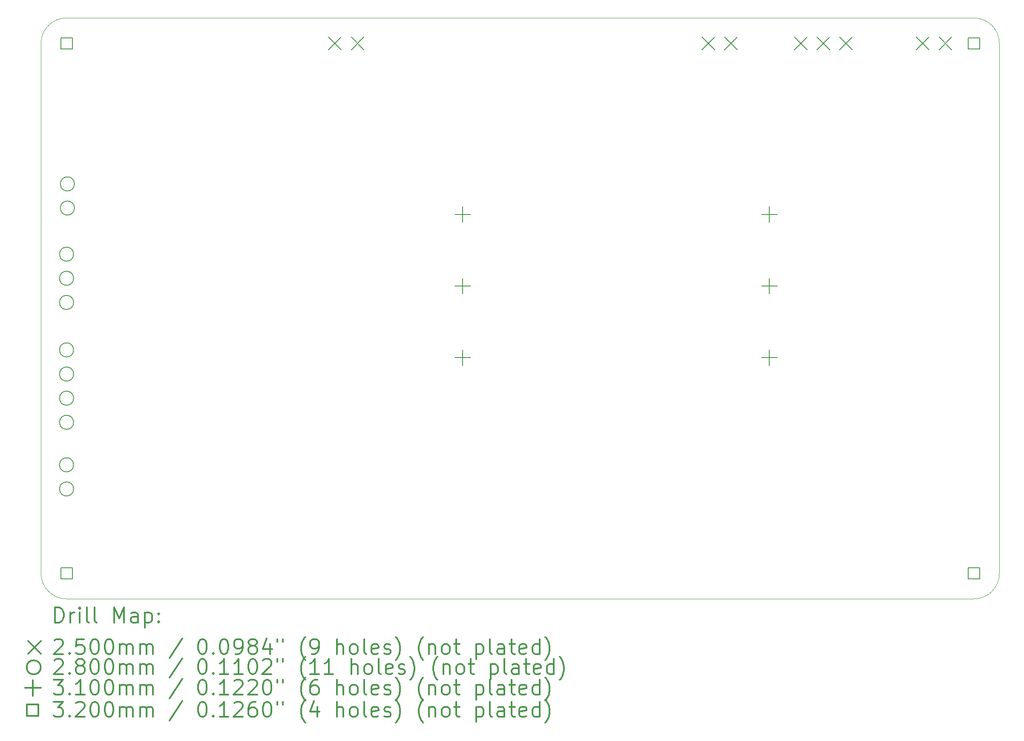
<source format=gbr>
%FSLAX45Y45*%
G04 Gerber Fmt 4.5, Leading zero omitted, Abs format (unit mm)*
G04 Created by KiCad (PCBNEW 5.1.10-88a1d61d58~90~ubuntu20.04.1) date 2021-08-18 14:00:24*
%MOMM*%
%LPD*%
G01*
G04 APERTURE LIST*
%TA.AperFunction,Profile*%
%ADD10C,0.100000*%
%TD*%
%ADD11C,0.200000*%
%ADD12C,0.300000*%
G04 APERTURE END LIST*
D10*
X18034000Y-13589000D02*
G75*
G02*
X17526000Y-14097000I-508000J0D01*
G01*
X17526000Y-2540000D02*
G75*
G02*
X18034000Y-3048000I0J-508000D01*
G01*
X-508000Y-14097000D02*
G75*
G02*
X-1016000Y-13589000I0J508000D01*
G01*
X-1016000Y-3048000D02*
G75*
G02*
X-508000Y-2540000I508000J0D01*
G01*
X18034000Y-3048000D02*
X18034000Y-3048000D01*
X-508000Y-2540000D02*
X17526000Y-2540000D01*
X-1016000Y-3048000D02*
X-1016000Y-3048000D01*
X-1016000Y-13589000D02*
X-1016000Y-3048000D01*
X17526000Y-14097000D02*
X-508000Y-14097000D01*
X18034000Y-3048000D02*
X18034000Y-13589000D01*
D11*
X4701000Y-2923000D02*
X4951000Y-3173000D01*
X4951000Y-2923000D02*
X4701000Y-3173000D01*
X5151000Y-2923000D02*
X5401000Y-3173000D01*
X5401000Y-2923000D02*
X5151000Y-3173000D01*
X12125000Y-2923000D02*
X12375000Y-3173000D01*
X12375000Y-2923000D02*
X12125000Y-3173000D01*
X12575000Y-2923000D02*
X12825000Y-3173000D01*
X12825000Y-2923000D02*
X12575000Y-3173000D01*
X13961000Y-2923000D02*
X14211000Y-3173000D01*
X14211000Y-2923000D02*
X13961000Y-3173000D01*
X14411000Y-2923000D02*
X14661000Y-3173000D01*
X14661000Y-2923000D02*
X14411000Y-3173000D01*
X14861000Y-2923000D02*
X15111000Y-3173000D01*
X15111000Y-2923000D02*
X14861000Y-3173000D01*
X16385000Y-2923000D02*
X16635000Y-3173000D01*
X16635000Y-2923000D02*
X16385000Y-3173000D01*
X16835000Y-2923000D02*
X17085000Y-3173000D01*
X17085000Y-2923000D02*
X16835000Y-3173000D01*
X-368000Y-7239000D02*
G75*
G03*
X-368000Y-7239000I-140000J0D01*
G01*
X-368000Y-7719000D02*
G75*
G03*
X-368000Y-7719000I-140000J0D01*
G01*
X-368000Y-8199000D02*
G75*
G03*
X-368000Y-8199000I-140000J0D01*
G01*
X-368000Y-9144000D02*
G75*
G03*
X-368000Y-9144000I-140000J0D01*
G01*
X-368000Y-9624000D02*
G75*
G03*
X-368000Y-9624000I-140000J0D01*
G01*
X-368000Y-10104000D02*
G75*
G03*
X-368000Y-10104000I-140000J0D01*
G01*
X-368000Y-10584000D02*
G75*
G03*
X-368000Y-10584000I-140000J0D01*
G01*
X-368000Y-11430000D02*
G75*
G03*
X-368000Y-11430000I-140000J0D01*
G01*
X-368000Y-11910000D02*
G75*
G03*
X-368000Y-11910000I-140000J0D01*
G01*
X-351000Y-5842000D02*
G75*
G03*
X-351000Y-5842000I-140000J0D01*
G01*
X-351000Y-6322000D02*
G75*
G03*
X-351000Y-6322000I-140000J0D01*
G01*
X7366000Y-6294000D02*
X7366000Y-6604000D01*
X7211000Y-6449000D02*
X7521000Y-6449000D01*
X7366000Y-7719000D02*
X7366000Y-8029000D01*
X7211000Y-7874000D02*
X7521000Y-7874000D01*
X7366000Y-9144000D02*
X7366000Y-9454000D01*
X7211000Y-9299000D02*
X7521000Y-9299000D01*
X13462000Y-6294000D02*
X13462000Y-6604000D01*
X13307000Y-6449000D02*
X13617000Y-6449000D01*
X13462000Y-7719000D02*
X13462000Y-8029000D01*
X13307000Y-7874000D02*
X13617000Y-7874000D01*
X13462000Y-9144000D02*
X13462000Y-9454000D01*
X13307000Y-9299000D02*
X13617000Y-9299000D01*
X-394862Y-3161138D02*
X-394862Y-2934862D01*
X-621138Y-2934862D01*
X-621138Y-3161138D01*
X-394862Y-3161138D01*
X-394862Y-13702138D02*
X-394862Y-13475862D01*
X-621138Y-13475862D01*
X-621138Y-13702138D01*
X-394862Y-13702138D01*
X17639138Y-3161138D02*
X17639138Y-2934862D01*
X17412862Y-2934862D01*
X17412862Y-3161138D01*
X17639138Y-3161138D01*
X17639138Y-13702138D02*
X17639138Y-13475862D01*
X17412862Y-13475862D01*
X17412862Y-13702138D01*
X17639138Y-13702138D01*
D12*
X-734571Y-14567714D02*
X-734571Y-14267714D01*
X-663143Y-14267714D01*
X-620286Y-14282000D01*
X-591714Y-14310571D01*
X-577429Y-14339143D01*
X-563143Y-14396286D01*
X-563143Y-14439143D01*
X-577429Y-14496286D01*
X-591714Y-14524857D01*
X-620286Y-14553429D01*
X-663143Y-14567714D01*
X-734571Y-14567714D01*
X-434571Y-14567714D02*
X-434571Y-14367714D01*
X-434571Y-14424857D02*
X-420286Y-14396286D01*
X-406000Y-14382000D01*
X-377429Y-14367714D01*
X-348857Y-14367714D01*
X-248857Y-14567714D02*
X-248857Y-14367714D01*
X-248857Y-14267714D02*
X-263143Y-14282000D01*
X-248857Y-14296286D01*
X-234571Y-14282000D01*
X-248857Y-14267714D01*
X-248857Y-14296286D01*
X-63143Y-14567714D02*
X-91714Y-14553429D01*
X-106000Y-14524857D01*
X-106000Y-14267714D01*
X94000Y-14567714D02*
X65428Y-14553429D01*
X51143Y-14524857D01*
X51143Y-14267714D01*
X436857Y-14567714D02*
X436857Y-14267714D01*
X536857Y-14482000D01*
X636857Y-14267714D01*
X636857Y-14567714D01*
X908286Y-14567714D02*
X908286Y-14410571D01*
X894000Y-14382000D01*
X865428Y-14367714D01*
X808286Y-14367714D01*
X779714Y-14382000D01*
X908286Y-14553429D02*
X879714Y-14567714D01*
X808286Y-14567714D01*
X779714Y-14553429D01*
X765428Y-14524857D01*
X765428Y-14496286D01*
X779714Y-14467714D01*
X808286Y-14453429D01*
X879714Y-14453429D01*
X908286Y-14439143D01*
X1051143Y-14367714D02*
X1051143Y-14667714D01*
X1051143Y-14382000D02*
X1079714Y-14367714D01*
X1136857Y-14367714D01*
X1165428Y-14382000D01*
X1179714Y-14396286D01*
X1194000Y-14424857D01*
X1194000Y-14510571D01*
X1179714Y-14539143D01*
X1165428Y-14553429D01*
X1136857Y-14567714D01*
X1079714Y-14567714D01*
X1051143Y-14553429D01*
X1322571Y-14539143D02*
X1336857Y-14553429D01*
X1322571Y-14567714D01*
X1308286Y-14553429D01*
X1322571Y-14539143D01*
X1322571Y-14567714D01*
X1322571Y-14382000D02*
X1336857Y-14396286D01*
X1322571Y-14410571D01*
X1308286Y-14396286D01*
X1322571Y-14382000D01*
X1322571Y-14410571D01*
X-1271000Y-14937000D02*
X-1021000Y-15187000D01*
X-1021000Y-14937000D02*
X-1271000Y-15187000D01*
X-748857Y-14926286D02*
X-734571Y-14912000D01*
X-706000Y-14897714D01*
X-634572Y-14897714D01*
X-606000Y-14912000D01*
X-591714Y-14926286D01*
X-577429Y-14954857D01*
X-577429Y-14983429D01*
X-591714Y-15026286D01*
X-763143Y-15197714D01*
X-577429Y-15197714D01*
X-448857Y-15169143D02*
X-434571Y-15183429D01*
X-448857Y-15197714D01*
X-463143Y-15183429D01*
X-448857Y-15169143D01*
X-448857Y-15197714D01*
X-163143Y-14897714D02*
X-306000Y-14897714D01*
X-320286Y-15040571D01*
X-306000Y-15026286D01*
X-277429Y-15012000D01*
X-206000Y-15012000D01*
X-177429Y-15026286D01*
X-163143Y-15040571D01*
X-148857Y-15069143D01*
X-148857Y-15140571D01*
X-163143Y-15169143D01*
X-177429Y-15183429D01*
X-206000Y-15197714D01*
X-277429Y-15197714D01*
X-306000Y-15183429D01*
X-320286Y-15169143D01*
X36857Y-14897714D02*
X65428Y-14897714D01*
X94000Y-14912000D01*
X108286Y-14926286D01*
X122571Y-14954857D01*
X136857Y-15012000D01*
X136857Y-15083429D01*
X122571Y-15140571D01*
X108286Y-15169143D01*
X94000Y-15183429D01*
X65428Y-15197714D01*
X36857Y-15197714D01*
X8286Y-15183429D01*
X-6000Y-15169143D01*
X-20286Y-15140571D01*
X-34572Y-15083429D01*
X-34572Y-15012000D01*
X-20286Y-14954857D01*
X-6000Y-14926286D01*
X8286Y-14912000D01*
X36857Y-14897714D01*
X322571Y-14897714D02*
X351143Y-14897714D01*
X379714Y-14912000D01*
X394000Y-14926286D01*
X408286Y-14954857D01*
X422571Y-15012000D01*
X422571Y-15083429D01*
X408286Y-15140571D01*
X394000Y-15169143D01*
X379714Y-15183429D01*
X351143Y-15197714D01*
X322571Y-15197714D01*
X294000Y-15183429D01*
X279714Y-15169143D01*
X265428Y-15140571D01*
X251143Y-15083429D01*
X251143Y-15012000D01*
X265428Y-14954857D01*
X279714Y-14926286D01*
X294000Y-14912000D01*
X322571Y-14897714D01*
X551143Y-15197714D02*
X551143Y-14997714D01*
X551143Y-15026286D02*
X565428Y-15012000D01*
X594000Y-14997714D01*
X636857Y-14997714D01*
X665428Y-15012000D01*
X679714Y-15040571D01*
X679714Y-15197714D01*
X679714Y-15040571D02*
X694000Y-15012000D01*
X722571Y-14997714D01*
X765428Y-14997714D01*
X794000Y-15012000D01*
X808286Y-15040571D01*
X808286Y-15197714D01*
X951143Y-15197714D02*
X951143Y-14997714D01*
X951143Y-15026286D02*
X965428Y-15012000D01*
X994000Y-14997714D01*
X1036857Y-14997714D01*
X1065428Y-15012000D01*
X1079714Y-15040571D01*
X1079714Y-15197714D01*
X1079714Y-15040571D02*
X1094000Y-15012000D01*
X1122571Y-14997714D01*
X1165428Y-14997714D01*
X1194000Y-15012000D01*
X1208286Y-15040571D01*
X1208286Y-15197714D01*
X1794000Y-14883429D02*
X1536857Y-15269143D01*
X2179714Y-14897714D02*
X2208286Y-14897714D01*
X2236857Y-14912000D01*
X2251143Y-14926286D01*
X2265428Y-14954857D01*
X2279714Y-15012000D01*
X2279714Y-15083429D01*
X2265428Y-15140571D01*
X2251143Y-15169143D01*
X2236857Y-15183429D01*
X2208286Y-15197714D01*
X2179714Y-15197714D01*
X2151143Y-15183429D01*
X2136857Y-15169143D01*
X2122571Y-15140571D01*
X2108286Y-15083429D01*
X2108286Y-15012000D01*
X2122571Y-14954857D01*
X2136857Y-14926286D01*
X2151143Y-14912000D01*
X2179714Y-14897714D01*
X2408286Y-15169143D02*
X2422571Y-15183429D01*
X2408286Y-15197714D01*
X2394000Y-15183429D01*
X2408286Y-15169143D01*
X2408286Y-15197714D01*
X2608286Y-14897714D02*
X2636857Y-14897714D01*
X2665428Y-14912000D01*
X2679714Y-14926286D01*
X2694000Y-14954857D01*
X2708286Y-15012000D01*
X2708286Y-15083429D01*
X2694000Y-15140571D01*
X2679714Y-15169143D01*
X2665428Y-15183429D01*
X2636857Y-15197714D01*
X2608286Y-15197714D01*
X2579714Y-15183429D01*
X2565428Y-15169143D01*
X2551143Y-15140571D01*
X2536857Y-15083429D01*
X2536857Y-15012000D01*
X2551143Y-14954857D01*
X2565428Y-14926286D01*
X2579714Y-14912000D01*
X2608286Y-14897714D01*
X2851143Y-15197714D02*
X2908286Y-15197714D01*
X2936857Y-15183429D01*
X2951143Y-15169143D01*
X2979714Y-15126286D01*
X2994000Y-15069143D01*
X2994000Y-14954857D01*
X2979714Y-14926286D01*
X2965428Y-14912000D01*
X2936857Y-14897714D01*
X2879714Y-14897714D01*
X2851143Y-14912000D01*
X2836857Y-14926286D01*
X2822571Y-14954857D01*
X2822571Y-15026286D01*
X2836857Y-15054857D01*
X2851143Y-15069143D01*
X2879714Y-15083429D01*
X2936857Y-15083429D01*
X2965428Y-15069143D01*
X2979714Y-15054857D01*
X2994000Y-15026286D01*
X3165428Y-15026286D02*
X3136857Y-15012000D01*
X3122571Y-14997714D01*
X3108286Y-14969143D01*
X3108286Y-14954857D01*
X3122571Y-14926286D01*
X3136857Y-14912000D01*
X3165428Y-14897714D01*
X3222571Y-14897714D01*
X3251143Y-14912000D01*
X3265428Y-14926286D01*
X3279714Y-14954857D01*
X3279714Y-14969143D01*
X3265428Y-14997714D01*
X3251143Y-15012000D01*
X3222571Y-15026286D01*
X3165428Y-15026286D01*
X3136857Y-15040571D01*
X3122571Y-15054857D01*
X3108286Y-15083429D01*
X3108286Y-15140571D01*
X3122571Y-15169143D01*
X3136857Y-15183429D01*
X3165428Y-15197714D01*
X3222571Y-15197714D01*
X3251143Y-15183429D01*
X3265428Y-15169143D01*
X3279714Y-15140571D01*
X3279714Y-15083429D01*
X3265428Y-15054857D01*
X3251143Y-15040571D01*
X3222571Y-15026286D01*
X3536857Y-14997714D02*
X3536857Y-15197714D01*
X3465428Y-14883429D02*
X3394000Y-15097714D01*
X3579714Y-15097714D01*
X3679714Y-14897714D02*
X3679714Y-14954857D01*
X3794000Y-14897714D02*
X3794000Y-14954857D01*
X4236857Y-15312000D02*
X4222571Y-15297714D01*
X4194000Y-15254857D01*
X4179714Y-15226286D01*
X4165428Y-15183429D01*
X4151143Y-15112000D01*
X4151143Y-15054857D01*
X4165428Y-14983429D01*
X4179714Y-14940571D01*
X4194000Y-14912000D01*
X4222571Y-14869143D01*
X4236857Y-14854857D01*
X4365428Y-15197714D02*
X4422571Y-15197714D01*
X4451143Y-15183429D01*
X4465428Y-15169143D01*
X4494000Y-15126286D01*
X4508286Y-15069143D01*
X4508286Y-14954857D01*
X4494000Y-14926286D01*
X4479714Y-14912000D01*
X4451143Y-14897714D01*
X4394000Y-14897714D01*
X4365428Y-14912000D01*
X4351143Y-14926286D01*
X4336857Y-14954857D01*
X4336857Y-15026286D01*
X4351143Y-15054857D01*
X4365428Y-15069143D01*
X4394000Y-15083429D01*
X4451143Y-15083429D01*
X4479714Y-15069143D01*
X4494000Y-15054857D01*
X4508286Y-15026286D01*
X4865428Y-15197714D02*
X4865428Y-14897714D01*
X4994000Y-15197714D02*
X4994000Y-15040571D01*
X4979714Y-15012000D01*
X4951143Y-14997714D01*
X4908286Y-14997714D01*
X4879714Y-15012000D01*
X4865428Y-15026286D01*
X5179714Y-15197714D02*
X5151143Y-15183429D01*
X5136857Y-15169143D01*
X5122571Y-15140571D01*
X5122571Y-15054857D01*
X5136857Y-15026286D01*
X5151143Y-15012000D01*
X5179714Y-14997714D01*
X5222571Y-14997714D01*
X5251143Y-15012000D01*
X5265428Y-15026286D01*
X5279714Y-15054857D01*
X5279714Y-15140571D01*
X5265428Y-15169143D01*
X5251143Y-15183429D01*
X5222571Y-15197714D01*
X5179714Y-15197714D01*
X5451143Y-15197714D02*
X5422571Y-15183429D01*
X5408286Y-15154857D01*
X5408286Y-14897714D01*
X5679714Y-15183429D02*
X5651143Y-15197714D01*
X5594000Y-15197714D01*
X5565428Y-15183429D01*
X5551143Y-15154857D01*
X5551143Y-15040571D01*
X5565428Y-15012000D01*
X5594000Y-14997714D01*
X5651143Y-14997714D01*
X5679714Y-15012000D01*
X5694000Y-15040571D01*
X5694000Y-15069143D01*
X5551143Y-15097714D01*
X5808286Y-15183429D02*
X5836857Y-15197714D01*
X5894000Y-15197714D01*
X5922571Y-15183429D01*
X5936857Y-15154857D01*
X5936857Y-15140571D01*
X5922571Y-15112000D01*
X5894000Y-15097714D01*
X5851143Y-15097714D01*
X5822571Y-15083429D01*
X5808286Y-15054857D01*
X5808286Y-15040571D01*
X5822571Y-15012000D01*
X5851143Y-14997714D01*
X5894000Y-14997714D01*
X5922571Y-15012000D01*
X6036857Y-15312000D02*
X6051143Y-15297714D01*
X6079714Y-15254857D01*
X6094000Y-15226286D01*
X6108286Y-15183429D01*
X6122571Y-15112000D01*
X6122571Y-15054857D01*
X6108286Y-14983429D01*
X6094000Y-14940571D01*
X6079714Y-14912000D01*
X6051143Y-14869143D01*
X6036857Y-14854857D01*
X6579714Y-15312000D02*
X6565428Y-15297714D01*
X6536857Y-15254857D01*
X6522571Y-15226286D01*
X6508286Y-15183429D01*
X6494000Y-15112000D01*
X6494000Y-15054857D01*
X6508286Y-14983429D01*
X6522571Y-14940571D01*
X6536857Y-14912000D01*
X6565428Y-14869143D01*
X6579714Y-14854857D01*
X6694000Y-14997714D02*
X6694000Y-15197714D01*
X6694000Y-15026286D02*
X6708286Y-15012000D01*
X6736857Y-14997714D01*
X6779714Y-14997714D01*
X6808286Y-15012000D01*
X6822571Y-15040571D01*
X6822571Y-15197714D01*
X7008286Y-15197714D02*
X6979714Y-15183429D01*
X6965428Y-15169143D01*
X6951143Y-15140571D01*
X6951143Y-15054857D01*
X6965428Y-15026286D01*
X6979714Y-15012000D01*
X7008286Y-14997714D01*
X7051143Y-14997714D01*
X7079714Y-15012000D01*
X7094000Y-15026286D01*
X7108286Y-15054857D01*
X7108286Y-15140571D01*
X7094000Y-15169143D01*
X7079714Y-15183429D01*
X7051143Y-15197714D01*
X7008286Y-15197714D01*
X7194000Y-14997714D02*
X7308286Y-14997714D01*
X7236857Y-14897714D02*
X7236857Y-15154857D01*
X7251143Y-15183429D01*
X7279714Y-15197714D01*
X7308286Y-15197714D01*
X7636857Y-14997714D02*
X7636857Y-15297714D01*
X7636857Y-15012000D02*
X7665428Y-14997714D01*
X7722571Y-14997714D01*
X7751143Y-15012000D01*
X7765428Y-15026286D01*
X7779714Y-15054857D01*
X7779714Y-15140571D01*
X7765428Y-15169143D01*
X7751143Y-15183429D01*
X7722571Y-15197714D01*
X7665428Y-15197714D01*
X7636857Y-15183429D01*
X7951143Y-15197714D02*
X7922571Y-15183429D01*
X7908286Y-15154857D01*
X7908286Y-14897714D01*
X8194000Y-15197714D02*
X8194000Y-15040571D01*
X8179714Y-15012000D01*
X8151143Y-14997714D01*
X8094000Y-14997714D01*
X8065428Y-15012000D01*
X8194000Y-15183429D02*
X8165428Y-15197714D01*
X8094000Y-15197714D01*
X8065428Y-15183429D01*
X8051143Y-15154857D01*
X8051143Y-15126286D01*
X8065428Y-15097714D01*
X8094000Y-15083429D01*
X8165428Y-15083429D01*
X8194000Y-15069143D01*
X8294000Y-14997714D02*
X8408286Y-14997714D01*
X8336857Y-14897714D02*
X8336857Y-15154857D01*
X8351143Y-15183429D01*
X8379714Y-15197714D01*
X8408286Y-15197714D01*
X8622571Y-15183429D02*
X8594000Y-15197714D01*
X8536857Y-15197714D01*
X8508286Y-15183429D01*
X8494000Y-15154857D01*
X8494000Y-15040571D01*
X8508286Y-15012000D01*
X8536857Y-14997714D01*
X8594000Y-14997714D01*
X8622571Y-15012000D01*
X8636857Y-15040571D01*
X8636857Y-15069143D01*
X8494000Y-15097714D01*
X8894000Y-15197714D02*
X8894000Y-14897714D01*
X8894000Y-15183429D02*
X8865428Y-15197714D01*
X8808286Y-15197714D01*
X8779714Y-15183429D01*
X8765428Y-15169143D01*
X8751143Y-15140571D01*
X8751143Y-15054857D01*
X8765428Y-15026286D01*
X8779714Y-15012000D01*
X8808286Y-14997714D01*
X8865428Y-14997714D01*
X8894000Y-15012000D01*
X9008286Y-15312000D02*
X9022571Y-15297714D01*
X9051143Y-15254857D01*
X9065428Y-15226286D01*
X9079714Y-15183429D01*
X9094000Y-15112000D01*
X9094000Y-15054857D01*
X9079714Y-14983429D01*
X9065428Y-14940571D01*
X9051143Y-14912000D01*
X9022571Y-14869143D01*
X9008286Y-14854857D01*
X-1021000Y-15458000D02*
G75*
G03*
X-1021000Y-15458000I-140000J0D01*
G01*
X-748857Y-15322286D02*
X-734571Y-15308000D01*
X-706000Y-15293714D01*
X-634572Y-15293714D01*
X-606000Y-15308000D01*
X-591714Y-15322286D01*
X-577429Y-15350857D01*
X-577429Y-15379429D01*
X-591714Y-15422286D01*
X-763143Y-15593714D01*
X-577429Y-15593714D01*
X-448857Y-15565143D02*
X-434571Y-15579429D01*
X-448857Y-15593714D01*
X-463143Y-15579429D01*
X-448857Y-15565143D01*
X-448857Y-15593714D01*
X-263143Y-15422286D02*
X-291714Y-15408000D01*
X-306000Y-15393714D01*
X-320286Y-15365143D01*
X-320286Y-15350857D01*
X-306000Y-15322286D01*
X-291714Y-15308000D01*
X-263143Y-15293714D01*
X-206000Y-15293714D01*
X-177429Y-15308000D01*
X-163143Y-15322286D01*
X-148857Y-15350857D01*
X-148857Y-15365143D01*
X-163143Y-15393714D01*
X-177429Y-15408000D01*
X-206000Y-15422286D01*
X-263143Y-15422286D01*
X-291714Y-15436571D01*
X-306000Y-15450857D01*
X-320286Y-15479429D01*
X-320286Y-15536571D01*
X-306000Y-15565143D01*
X-291714Y-15579429D01*
X-263143Y-15593714D01*
X-206000Y-15593714D01*
X-177429Y-15579429D01*
X-163143Y-15565143D01*
X-148857Y-15536571D01*
X-148857Y-15479429D01*
X-163143Y-15450857D01*
X-177429Y-15436571D01*
X-206000Y-15422286D01*
X36857Y-15293714D02*
X65428Y-15293714D01*
X94000Y-15308000D01*
X108286Y-15322286D01*
X122571Y-15350857D01*
X136857Y-15408000D01*
X136857Y-15479429D01*
X122571Y-15536571D01*
X108286Y-15565143D01*
X94000Y-15579429D01*
X65428Y-15593714D01*
X36857Y-15593714D01*
X8286Y-15579429D01*
X-6000Y-15565143D01*
X-20286Y-15536571D01*
X-34572Y-15479429D01*
X-34572Y-15408000D01*
X-20286Y-15350857D01*
X-6000Y-15322286D01*
X8286Y-15308000D01*
X36857Y-15293714D01*
X322571Y-15293714D02*
X351143Y-15293714D01*
X379714Y-15308000D01*
X394000Y-15322286D01*
X408286Y-15350857D01*
X422571Y-15408000D01*
X422571Y-15479429D01*
X408286Y-15536571D01*
X394000Y-15565143D01*
X379714Y-15579429D01*
X351143Y-15593714D01*
X322571Y-15593714D01*
X294000Y-15579429D01*
X279714Y-15565143D01*
X265428Y-15536571D01*
X251143Y-15479429D01*
X251143Y-15408000D01*
X265428Y-15350857D01*
X279714Y-15322286D01*
X294000Y-15308000D01*
X322571Y-15293714D01*
X551143Y-15593714D02*
X551143Y-15393714D01*
X551143Y-15422286D02*
X565428Y-15408000D01*
X594000Y-15393714D01*
X636857Y-15393714D01*
X665428Y-15408000D01*
X679714Y-15436571D01*
X679714Y-15593714D01*
X679714Y-15436571D02*
X694000Y-15408000D01*
X722571Y-15393714D01*
X765428Y-15393714D01*
X794000Y-15408000D01*
X808286Y-15436571D01*
X808286Y-15593714D01*
X951143Y-15593714D02*
X951143Y-15393714D01*
X951143Y-15422286D02*
X965428Y-15408000D01*
X994000Y-15393714D01*
X1036857Y-15393714D01*
X1065428Y-15408000D01*
X1079714Y-15436571D01*
X1079714Y-15593714D01*
X1079714Y-15436571D02*
X1094000Y-15408000D01*
X1122571Y-15393714D01*
X1165428Y-15393714D01*
X1194000Y-15408000D01*
X1208286Y-15436571D01*
X1208286Y-15593714D01*
X1794000Y-15279429D02*
X1536857Y-15665143D01*
X2179714Y-15293714D02*
X2208286Y-15293714D01*
X2236857Y-15308000D01*
X2251143Y-15322286D01*
X2265428Y-15350857D01*
X2279714Y-15408000D01*
X2279714Y-15479429D01*
X2265428Y-15536571D01*
X2251143Y-15565143D01*
X2236857Y-15579429D01*
X2208286Y-15593714D01*
X2179714Y-15593714D01*
X2151143Y-15579429D01*
X2136857Y-15565143D01*
X2122571Y-15536571D01*
X2108286Y-15479429D01*
X2108286Y-15408000D01*
X2122571Y-15350857D01*
X2136857Y-15322286D01*
X2151143Y-15308000D01*
X2179714Y-15293714D01*
X2408286Y-15565143D02*
X2422571Y-15579429D01*
X2408286Y-15593714D01*
X2394000Y-15579429D01*
X2408286Y-15565143D01*
X2408286Y-15593714D01*
X2708286Y-15593714D02*
X2536857Y-15593714D01*
X2622571Y-15593714D02*
X2622571Y-15293714D01*
X2594000Y-15336571D01*
X2565428Y-15365143D01*
X2536857Y-15379429D01*
X2994000Y-15593714D02*
X2822571Y-15593714D01*
X2908286Y-15593714D02*
X2908286Y-15293714D01*
X2879714Y-15336571D01*
X2851143Y-15365143D01*
X2822571Y-15379429D01*
X3179714Y-15293714D02*
X3208286Y-15293714D01*
X3236857Y-15308000D01*
X3251143Y-15322286D01*
X3265428Y-15350857D01*
X3279714Y-15408000D01*
X3279714Y-15479429D01*
X3265428Y-15536571D01*
X3251143Y-15565143D01*
X3236857Y-15579429D01*
X3208286Y-15593714D01*
X3179714Y-15593714D01*
X3151143Y-15579429D01*
X3136857Y-15565143D01*
X3122571Y-15536571D01*
X3108286Y-15479429D01*
X3108286Y-15408000D01*
X3122571Y-15350857D01*
X3136857Y-15322286D01*
X3151143Y-15308000D01*
X3179714Y-15293714D01*
X3394000Y-15322286D02*
X3408286Y-15308000D01*
X3436857Y-15293714D01*
X3508286Y-15293714D01*
X3536857Y-15308000D01*
X3551143Y-15322286D01*
X3565428Y-15350857D01*
X3565428Y-15379429D01*
X3551143Y-15422286D01*
X3379714Y-15593714D01*
X3565428Y-15593714D01*
X3679714Y-15293714D02*
X3679714Y-15350857D01*
X3794000Y-15293714D02*
X3794000Y-15350857D01*
X4236857Y-15708000D02*
X4222571Y-15693714D01*
X4194000Y-15650857D01*
X4179714Y-15622286D01*
X4165428Y-15579429D01*
X4151143Y-15508000D01*
X4151143Y-15450857D01*
X4165428Y-15379429D01*
X4179714Y-15336571D01*
X4194000Y-15308000D01*
X4222571Y-15265143D01*
X4236857Y-15250857D01*
X4508286Y-15593714D02*
X4336857Y-15593714D01*
X4422571Y-15593714D02*
X4422571Y-15293714D01*
X4394000Y-15336571D01*
X4365428Y-15365143D01*
X4336857Y-15379429D01*
X4794000Y-15593714D02*
X4622571Y-15593714D01*
X4708286Y-15593714D02*
X4708286Y-15293714D01*
X4679714Y-15336571D01*
X4651143Y-15365143D01*
X4622571Y-15379429D01*
X5151143Y-15593714D02*
X5151143Y-15293714D01*
X5279714Y-15593714D02*
X5279714Y-15436571D01*
X5265428Y-15408000D01*
X5236857Y-15393714D01*
X5194000Y-15393714D01*
X5165428Y-15408000D01*
X5151143Y-15422286D01*
X5465428Y-15593714D02*
X5436857Y-15579429D01*
X5422571Y-15565143D01*
X5408286Y-15536571D01*
X5408286Y-15450857D01*
X5422571Y-15422286D01*
X5436857Y-15408000D01*
X5465428Y-15393714D01*
X5508286Y-15393714D01*
X5536857Y-15408000D01*
X5551143Y-15422286D01*
X5565428Y-15450857D01*
X5565428Y-15536571D01*
X5551143Y-15565143D01*
X5536857Y-15579429D01*
X5508286Y-15593714D01*
X5465428Y-15593714D01*
X5736857Y-15593714D02*
X5708286Y-15579429D01*
X5694000Y-15550857D01*
X5694000Y-15293714D01*
X5965428Y-15579429D02*
X5936857Y-15593714D01*
X5879714Y-15593714D01*
X5851143Y-15579429D01*
X5836857Y-15550857D01*
X5836857Y-15436571D01*
X5851143Y-15408000D01*
X5879714Y-15393714D01*
X5936857Y-15393714D01*
X5965428Y-15408000D01*
X5979714Y-15436571D01*
X5979714Y-15465143D01*
X5836857Y-15493714D01*
X6094000Y-15579429D02*
X6122571Y-15593714D01*
X6179714Y-15593714D01*
X6208286Y-15579429D01*
X6222571Y-15550857D01*
X6222571Y-15536571D01*
X6208286Y-15508000D01*
X6179714Y-15493714D01*
X6136857Y-15493714D01*
X6108286Y-15479429D01*
X6094000Y-15450857D01*
X6094000Y-15436571D01*
X6108286Y-15408000D01*
X6136857Y-15393714D01*
X6179714Y-15393714D01*
X6208286Y-15408000D01*
X6322571Y-15708000D02*
X6336857Y-15693714D01*
X6365428Y-15650857D01*
X6379714Y-15622286D01*
X6394000Y-15579429D01*
X6408286Y-15508000D01*
X6408286Y-15450857D01*
X6394000Y-15379429D01*
X6379714Y-15336571D01*
X6365428Y-15308000D01*
X6336857Y-15265143D01*
X6322571Y-15250857D01*
X6865428Y-15708000D02*
X6851143Y-15693714D01*
X6822571Y-15650857D01*
X6808286Y-15622286D01*
X6794000Y-15579429D01*
X6779714Y-15508000D01*
X6779714Y-15450857D01*
X6794000Y-15379429D01*
X6808286Y-15336571D01*
X6822571Y-15308000D01*
X6851143Y-15265143D01*
X6865428Y-15250857D01*
X6979714Y-15393714D02*
X6979714Y-15593714D01*
X6979714Y-15422286D02*
X6994000Y-15408000D01*
X7022571Y-15393714D01*
X7065428Y-15393714D01*
X7094000Y-15408000D01*
X7108286Y-15436571D01*
X7108286Y-15593714D01*
X7294000Y-15593714D02*
X7265428Y-15579429D01*
X7251143Y-15565143D01*
X7236857Y-15536571D01*
X7236857Y-15450857D01*
X7251143Y-15422286D01*
X7265428Y-15408000D01*
X7294000Y-15393714D01*
X7336857Y-15393714D01*
X7365428Y-15408000D01*
X7379714Y-15422286D01*
X7394000Y-15450857D01*
X7394000Y-15536571D01*
X7379714Y-15565143D01*
X7365428Y-15579429D01*
X7336857Y-15593714D01*
X7294000Y-15593714D01*
X7479714Y-15393714D02*
X7594000Y-15393714D01*
X7522571Y-15293714D02*
X7522571Y-15550857D01*
X7536857Y-15579429D01*
X7565428Y-15593714D01*
X7594000Y-15593714D01*
X7922571Y-15393714D02*
X7922571Y-15693714D01*
X7922571Y-15408000D02*
X7951143Y-15393714D01*
X8008286Y-15393714D01*
X8036857Y-15408000D01*
X8051143Y-15422286D01*
X8065428Y-15450857D01*
X8065428Y-15536571D01*
X8051143Y-15565143D01*
X8036857Y-15579429D01*
X8008286Y-15593714D01*
X7951143Y-15593714D01*
X7922571Y-15579429D01*
X8236857Y-15593714D02*
X8208286Y-15579429D01*
X8194000Y-15550857D01*
X8194000Y-15293714D01*
X8479714Y-15593714D02*
X8479714Y-15436571D01*
X8465428Y-15408000D01*
X8436857Y-15393714D01*
X8379714Y-15393714D01*
X8351143Y-15408000D01*
X8479714Y-15579429D02*
X8451143Y-15593714D01*
X8379714Y-15593714D01*
X8351143Y-15579429D01*
X8336857Y-15550857D01*
X8336857Y-15522286D01*
X8351143Y-15493714D01*
X8379714Y-15479429D01*
X8451143Y-15479429D01*
X8479714Y-15465143D01*
X8579714Y-15393714D02*
X8694000Y-15393714D01*
X8622571Y-15293714D02*
X8622571Y-15550857D01*
X8636857Y-15579429D01*
X8665428Y-15593714D01*
X8694000Y-15593714D01*
X8908286Y-15579429D02*
X8879714Y-15593714D01*
X8822571Y-15593714D01*
X8794000Y-15579429D01*
X8779714Y-15550857D01*
X8779714Y-15436571D01*
X8794000Y-15408000D01*
X8822571Y-15393714D01*
X8879714Y-15393714D01*
X8908286Y-15408000D01*
X8922571Y-15436571D01*
X8922571Y-15465143D01*
X8779714Y-15493714D01*
X9179714Y-15593714D02*
X9179714Y-15293714D01*
X9179714Y-15579429D02*
X9151143Y-15593714D01*
X9094000Y-15593714D01*
X9065428Y-15579429D01*
X9051143Y-15565143D01*
X9036857Y-15536571D01*
X9036857Y-15450857D01*
X9051143Y-15422286D01*
X9065428Y-15408000D01*
X9094000Y-15393714D01*
X9151143Y-15393714D01*
X9179714Y-15408000D01*
X9294000Y-15708000D02*
X9308286Y-15693714D01*
X9336857Y-15650857D01*
X9351143Y-15622286D01*
X9365428Y-15579429D01*
X9379714Y-15508000D01*
X9379714Y-15450857D01*
X9365428Y-15379429D01*
X9351143Y-15336571D01*
X9336857Y-15308000D01*
X9308286Y-15265143D01*
X9294000Y-15250857D01*
X-1176000Y-15713000D02*
X-1176000Y-16023000D01*
X-1331000Y-15868000D02*
X-1021000Y-15868000D01*
X-763143Y-15703714D02*
X-577429Y-15703714D01*
X-677429Y-15818000D01*
X-634572Y-15818000D01*
X-606000Y-15832286D01*
X-591714Y-15846571D01*
X-577429Y-15875143D01*
X-577429Y-15946571D01*
X-591714Y-15975143D01*
X-606000Y-15989429D01*
X-634572Y-16003714D01*
X-720286Y-16003714D01*
X-748857Y-15989429D01*
X-763143Y-15975143D01*
X-448857Y-15975143D02*
X-434571Y-15989429D01*
X-448857Y-16003714D01*
X-463143Y-15989429D01*
X-448857Y-15975143D01*
X-448857Y-16003714D01*
X-148857Y-16003714D02*
X-320286Y-16003714D01*
X-234571Y-16003714D02*
X-234571Y-15703714D01*
X-263143Y-15746571D01*
X-291714Y-15775143D01*
X-320286Y-15789429D01*
X36857Y-15703714D02*
X65428Y-15703714D01*
X94000Y-15718000D01*
X108286Y-15732286D01*
X122571Y-15760857D01*
X136857Y-15818000D01*
X136857Y-15889429D01*
X122571Y-15946571D01*
X108286Y-15975143D01*
X94000Y-15989429D01*
X65428Y-16003714D01*
X36857Y-16003714D01*
X8286Y-15989429D01*
X-6000Y-15975143D01*
X-20286Y-15946571D01*
X-34572Y-15889429D01*
X-34572Y-15818000D01*
X-20286Y-15760857D01*
X-6000Y-15732286D01*
X8286Y-15718000D01*
X36857Y-15703714D01*
X322571Y-15703714D02*
X351143Y-15703714D01*
X379714Y-15718000D01*
X394000Y-15732286D01*
X408286Y-15760857D01*
X422571Y-15818000D01*
X422571Y-15889429D01*
X408286Y-15946571D01*
X394000Y-15975143D01*
X379714Y-15989429D01*
X351143Y-16003714D01*
X322571Y-16003714D01*
X294000Y-15989429D01*
X279714Y-15975143D01*
X265428Y-15946571D01*
X251143Y-15889429D01*
X251143Y-15818000D01*
X265428Y-15760857D01*
X279714Y-15732286D01*
X294000Y-15718000D01*
X322571Y-15703714D01*
X551143Y-16003714D02*
X551143Y-15803714D01*
X551143Y-15832286D02*
X565428Y-15818000D01*
X594000Y-15803714D01*
X636857Y-15803714D01*
X665428Y-15818000D01*
X679714Y-15846571D01*
X679714Y-16003714D01*
X679714Y-15846571D02*
X694000Y-15818000D01*
X722571Y-15803714D01*
X765428Y-15803714D01*
X794000Y-15818000D01*
X808286Y-15846571D01*
X808286Y-16003714D01*
X951143Y-16003714D02*
X951143Y-15803714D01*
X951143Y-15832286D02*
X965428Y-15818000D01*
X994000Y-15803714D01*
X1036857Y-15803714D01*
X1065428Y-15818000D01*
X1079714Y-15846571D01*
X1079714Y-16003714D01*
X1079714Y-15846571D02*
X1094000Y-15818000D01*
X1122571Y-15803714D01*
X1165428Y-15803714D01*
X1194000Y-15818000D01*
X1208286Y-15846571D01*
X1208286Y-16003714D01*
X1794000Y-15689429D02*
X1536857Y-16075143D01*
X2179714Y-15703714D02*
X2208286Y-15703714D01*
X2236857Y-15718000D01*
X2251143Y-15732286D01*
X2265428Y-15760857D01*
X2279714Y-15818000D01*
X2279714Y-15889429D01*
X2265428Y-15946571D01*
X2251143Y-15975143D01*
X2236857Y-15989429D01*
X2208286Y-16003714D01*
X2179714Y-16003714D01*
X2151143Y-15989429D01*
X2136857Y-15975143D01*
X2122571Y-15946571D01*
X2108286Y-15889429D01*
X2108286Y-15818000D01*
X2122571Y-15760857D01*
X2136857Y-15732286D01*
X2151143Y-15718000D01*
X2179714Y-15703714D01*
X2408286Y-15975143D02*
X2422571Y-15989429D01*
X2408286Y-16003714D01*
X2394000Y-15989429D01*
X2408286Y-15975143D01*
X2408286Y-16003714D01*
X2708286Y-16003714D02*
X2536857Y-16003714D01*
X2622571Y-16003714D02*
X2622571Y-15703714D01*
X2594000Y-15746571D01*
X2565428Y-15775143D01*
X2536857Y-15789429D01*
X2822571Y-15732286D02*
X2836857Y-15718000D01*
X2865428Y-15703714D01*
X2936857Y-15703714D01*
X2965428Y-15718000D01*
X2979714Y-15732286D01*
X2994000Y-15760857D01*
X2994000Y-15789429D01*
X2979714Y-15832286D01*
X2808286Y-16003714D01*
X2994000Y-16003714D01*
X3108286Y-15732286D02*
X3122571Y-15718000D01*
X3151143Y-15703714D01*
X3222571Y-15703714D01*
X3251143Y-15718000D01*
X3265428Y-15732286D01*
X3279714Y-15760857D01*
X3279714Y-15789429D01*
X3265428Y-15832286D01*
X3094000Y-16003714D01*
X3279714Y-16003714D01*
X3465428Y-15703714D02*
X3494000Y-15703714D01*
X3522571Y-15718000D01*
X3536857Y-15732286D01*
X3551143Y-15760857D01*
X3565428Y-15818000D01*
X3565428Y-15889429D01*
X3551143Y-15946571D01*
X3536857Y-15975143D01*
X3522571Y-15989429D01*
X3494000Y-16003714D01*
X3465428Y-16003714D01*
X3436857Y-15989429D01*
X3422571Y-15975143D01*
X3408286Y-15946571D01*
X3394000Y-15889429D01*
X3394000Y-15818000D01*
X3408286Y-15760857D01*
X3422571Y-15732286D01*
X3436857Y-15718000D01*
X3465428Y-15703714D01*
X3679714Y-15703714D02*
X3679714Y-15760857D01*
X3794000Y-15703714D02*
X3794000Y-15760857D01*
X4236857Y-16118000D02*
X4222571Y-16103714D01*
X4194000Y-16060857D01*
X4179714Y-16032286D01*
X4165428Y-15989429D01*
X4151143Y-15918000D01*
X4151143Y-15860857D01*
X4165428Y-15789429D01*
X4179714Y-15746571D01*
X4194000Y-15718000D01*
X4222571Y-15675143D01*
X4236857Y-15660857D01*
X4479714Y-15703714D02*
X4422571Y-15703714D01*
X4394000Y-15718000D01*
X4379714Y-15732286D01*
X4351143Y-15775143D01*
X4336857Y-15832286D01*
X4336857Y-15946571D01*
X4351143Y-15975143D01*
X4365428Y-15989429D01*
X4394000Y-16003714D01*
X4451143Y-16003714D01*
X4479714Y-15989429D01*
X4494000Y-15975143D01*
X4508286Y-15946571D01*
X4508286Y-15875143D01*
X4494000Y-15846571D01*
X4479714Y-15832286D01*
X4451143Y-15818000D01*
X4394000Y-15818000D01*
X4365428Y-15832286D01*
X4351143Y-15846571D01*
X4336857Y-15875143D01*
X4865428Y-16003714D02*
X4865428Y-15703714D01*
X4994000Y-16003714D02*
X4994000Y-15846571D01*
X4979714Y-15818000D01*
X4951143Y-15803714D01*
X4908286Y-15803714D01*
X4879714Y-15818000D01*
X4865428Y-15832286D01*
X5179714Y-16003714D02*
X5151143Y-15989429D01*
X5136857Y-15975143D01*
X5122571Y-15946571D01*
X5122571Y-15860857D01*
X5136857Y-15832286D01*
X5151143Y-15818000D01*
X5179714Y-15803714D01*
X5222571Y-15803714D01*
X5251143Y-15818000D01*
X5265428Y-15832286D01*
X5279714Y-15860857D01*
X5279714Y-15946571D01*
X5265428Y-15975143D01*
X5251143Y-15989429D01*
X5222571Y-16003714D01*
X5179714Y-16003714D01*
X5451143Y-16003714D02*
X5422571Y-15989429D01*
X5408286Y-15960857D01*
X5408286Y-15703714D01*
X5679714Y-15989429D02*
X5651143Y-16003714D01*
X5594000Y-16003714D01*
X5565428Y-15989429D01*
X5551143Y-15960857D01*
X5551143Y-15846571D01*
X5565428Y-15818000D01*
X5594000Y-15803714D01*
X5651143Y-15803714D01*
X5679714Y-15818000D01*
X5694000Y-15846571D01*
X5694000Y-15875143D01*
X5551143Y-15903714D01*
X5808286Y-15989429D02*
X5836857Y-16003714D01*
X5894000Y-16003714D01*
X5922571Y-15989429D01*
X5936857Y-15960857D01*
X5936857Y-15946571D01*
X5922571Y-15918000D01*
X5894000Y-15903714D01*
X5851143Y-15903714D01*
X5822571Y-15889429D01*
X5808286Y-15860857D01*
X5808286Y-15846571D01*
X5822571Y-15818000D01*
X5851143Y-15803714D01*
X5894000Y-15803714D01*
X5922571Y-15818000D01*
X6036857Y-16118000D02*
X6051143Y-16103714D01*
X6079714Y-16060857D01*
X6094000Y-16032286D01*
X6108286Y-15989429D01*
X6122571Y-15918000D01*
X6122571Y-15860857D01*
X6108286Y-15789429D01*
X6094000Y-15746571D01*
X6079714Y-15718000D01*
X6051143Y-15675143D01*
X6036857Y-15660857D01*
X6579714Y-16118000D02*
X6565428Y-16103714D01*
X6536857Y-16060857D01*
X6522571Y-16032286D01*
X6508286Y-15989429D01*
X6494000Y-15918000D01*
X6494000Y-15860857D01*
X6508286Y-15789429D01*
X6522571Y-15746571D01*
X6536857Y-15718000D01*
X6565428Y-15675143D01*
X6579714Y-15660857D01*
X6694000Y-15803714D02*
X6694000Y-16003714D01*
X6694000Y-15832286D02*
X6708286Y-15818000D01*
X6736857Y-15803714D01*
X6779714Y-15803714D01*
X6808286Y-15818000D01*
X6822571Y-15846571D01*
X6822571Y-16003714D01*
X7008286Y-16003714D02*
X6979714Y-15989429D01*
X6965428Y-15975143D01*
X6951143Y-15946571D01*
X6951143Y-15860857D01*
X6965428Y-15832286D01*
X6979714Y-15818000D01*
X7008286Y-15803714D01*
X7051143Y-15803714D01*
X7079714Y-15818000D01*
X7094000Y-15832286D01*
X7108286Y-15860857D01*
X7108286Y-15946571D01*
X7094000Y-15975143D01*
X7079714Y-15989429D01*
X7051143Y-16003714D01*
X7008286Y-16003714D01*
X7194000Y-15803714D02*
X7308286Y-15803714D01*
X7236857Y-15703714D02*
X7236857Y-15960857D01*
X7251143Y-15989429D01*
X7279714Y-16003714D01*
X7308286Y-16003714D01*
X7636857Y-15803714D02*
X7636857Y-16103714D01*
X7636857Y-15818000D02*
X7665428Y-15803714D01*
X7722571Y-15803714D01*
X7751143Y-15818000D01*
X7765428Y-15832286D01*
X7779714Y-15860857D01*
X7779714Y-15946571D01*
X7765428Y-15975143D01*
X7751143Y-15989429D01*
X7722571Y-16003714D01*
X7665428Y-16003714D01*
X7636857Y-15989429D01*
X7951143Y-16003714D02*
X7922571Y-15989429D01*
X7908286Y-15960857D01*
X7908286Y-15703714D01*
X8194000Y-16003714D02*
X8194000Y-15846571D01*
X8179714Y-15818000D01*
X8151143Y-15803714D01*
X8094000Y-15803714D01*
X8065428Y-15818000D01*
X8194000Y-15989429D02*
X8165428Y-16003714D01*
X8094000Y-16003714D01*
X8065428Y-15989429D01*
X8051143Y-15960857D01*
X8051143Y-15932286D01*
X8065428Y-15903714D01*
X8094000Y-15889429D01*
X8165428Y-15889429D01*
X8194000Y-15875143D01*
X8294000Y-15803714D02*
X8408286Y-15803714D01*
X8336857Y-15703714D02*
X8336857Y-15960857D01*
X8351143Y-15989429D01*
X8379714Y-16003714D01*
X8408286Y-16003714D01*
X8622571Y-15989429D02*
X8594000Y-16003714D01*
X8536857Y-16003714D01*
X8508286Y-15989429D01*
X8494000Y-15960857D01*
X8494000Y-15846571D01*
X8508286Y-15818000D01*
X8536857Y-15803714D01*
X8594000Y-15803714D01*
X8622571Y-15818000D01*
X8636857Y-15846571D01*
X8636857Y-15875143D01*
X8494000Y-15903714D01*
X8894000Y-16003714D02*
X8894000Y-15703714D01*
X8894000Y-15989429D02*
X8865428Y-16003714D01*
X8808286Y-16003714D01*
X8779714Y-15989429D01*
X8765428Y-15975143D01*
X8751143Y-15946571D01*
X8751143Y-15860857D01*
X8765428Y-15832286D01*
X8779714Y-15818000D01*
X8808286Y-15803714D01*
X8865428Y-15803714D01*
X8894000Y-15818000D01*
X9008286Y-16118000D02*
X9022571Y-16103714D01*
X9051143Y-16060857D01*
X9065428Y-16032286D01*
X9079714Y-15989429D01*
X9094000Y-15918000D01*
X9094000Y-15860857D01*
X9079714Y-15789429D01*
X9065428Y-15746571D01*
X9051143Y-15718000D01*
X9022571Y-15675143D01*
X9008286Y-15660857D01*
X-1067862Y-16421138D02*
X-1067862Y-16194862D01*
X-1294138Y-16194862D01*
X-1294138Y-16421138D01*
X-1067862Y-16421138D01*
X-763143Y-16143714D02*
X-577429Y-16143714D01*
X-677429Y-16258000D01*
X-634572Y-16258000D01*
X-606000Y-16272286D01*
X-591714Y-16286571D01*
X-577429Y-16315143D01*
X-577429Y-16386571D01*
X-591714Y-16415143D01*
X-606000Y-16429429D01*
X-634572Y-16443714D01*
X-720286Y-16443714D01*
X-748857Y-16429429D01*
X-763143Y-16415143D01*
X-448857Y-16415143D02*
X-434571Y-16429429D01*
X-448857Y-16443714D01*
X-463143Y-16429429D01*
X-448857Y-16415143D01*
X-448857Y-16443714D01*
X-320286Y-16172286D02*
X-306000Y-16158000D01*
X-277429Y-16143714D01*
X-206000Y-16143714D01*
X-177429Y-16158000D01*
X-163143Y-16172286D01*
X-148857Y-16200857D01*
X-148857Y-16229429D01*
X-163143Y-16272286D01*
X-334572Y-16443714D01*
X-148857Y-16443714D01*
X36857Y-16143714D02*
X65428Y-16143714D01*
X94000Y-16158000D01*
X108286Y-16172286D01*
X122571Y-16200857D01*
X136857Y-16258000D01*
X136857Y-16329429D01*
X122571Y-16386571D01*
X108286Y-16415143D01*
X94000Y-16429429D01*
X65428Y-16443714D01*
X36857Y-16443714D01*
X8286Y-16429429D01*
X-6000Y-16415143D01*
X-20286Y-16386571D01*
X-34572Y-16329429D01*
X-34572Y-16258000D01*
X-20286Y-16200857D01*
X-6000Y-16172286D01*
X8286Y-16158000D01*
X36857Y-16143714D01*
X322571Y-16143714D02*
X351143Y-16143714D01*
X379714Y-16158000D01*
X394000Y-16172286D01*
X408286Y-16200857D01*
X422571Y-16258000D01*
X422571Y-16329429D01*
X408286Y-16386571D01*
X394000Y-16415143D01*
X379714Y-16429429D01*
X351143Y-16443714D01*
X322571Y-16443714D01*
X294000Y-16429429D01*
X279714Y-16415143D01*
X265428Y-16386571D01*
X251143Y-16329429D01*
X251143Y-16258000D01*
X265428Y-16200857D01*
X279714Y-16172286D01*
X294000Y-16158000D01*
X322571Y-16143714D01*
X551143Y-16443714D02*
X551143Y-16243714D01*
X551143Y-16272286D02*
X565428Y-16258000D01*
X594000Y-16243714D01*
X636857Y-16243714D01*
X665428Y-16258000D01*
X679714Y-16286571D01*
X679714Y-16443714D01*
X679714Y-16286571D02*
X694000Y-16258000D01*
X722571Y-16243714D01*
X765428Y-16243714D01*
X794000Y-16258000D01*
X808286Y-16286571D01*
X808286Y-16443714D01*
X951143Y-16443714D02*
X951143Y-16243714D01*
X951143Y-16272286D02*
X965428Y-16258000D01*
X994000Y-16243714D01*
X1036857Y-16243714D01*
X1065428Y-16258000D01*
X1079714Y-16286571D01*
X1079714Y-16443714D01*
X1079714Y-16286571D02*
X1094000Y-16258000D01*
X1122571Y-16243714D01*
X1165428Y-16243714D01*
X1194000Y-16258000D01*
X1208286Y-16286571D01*
X1208286Y-16443714D01*
X1794000Y-16129429D02*
X1536857Y-16515143D01*
X2179714Y-16143714D02*
X2208286Y-16143714D01*
X2236857Y-16158000D01*
X2251143Y-16172286D01*
X2265428Y-16200857D01*
X2279714Y-16258000D01*
X2279714Y-16329429D01*
X2265428Y-16386571D01*
X2251143Y-16415143D01*
X2236857Y-16429429D01*
X2208286Y-16443714D01*
X2179714Y-16443714D01*
X2151143Y-16429429D01*
X2136857Y-16415143D01*
X2122571Y-16386571D01*
X2108286Y-16329429D01*
X2108286Y-16258000D01*
X2122571Y-16200857D01*
X2136857Y-16172286D01*
X2151143Y-16158000D01*
X2179714Y-16143714D01*
X2408286Y-16415143D02*
X2422571Y-16429429D01*
X2408286Y-16443714D01*
X2394000Y-16429429D01*
X2408286Y-16415143D01*
X2408286Y-16443714D01*
X2708286Y-16443714D02*
X2536857Y-16443714D01*
X2622571Y-16443714D02*
X2622571Y-16143714D01*
X2594000Y-16186571D01*
X2565428Y-16215143D01*
X2536857Y-16229429D01*
X2822571Y-16172286D02*
X2836857Y-16158000D01*
X2865428Y-16143714D01*
X2936857Y-16143714D01*
X2965428Y-16158000D01*
X2979714Y-16172286D01*
X2994000Y-16200857D01*
X2994000Y-16229429D01*
X2979714Y-16272286D01*
X2808286Y-16443714D01*
X2994000Y-16443714D01*
X3251143Y-16143714D02*
X3194000Y-16143714D01*
X3165428Y-16158000D01*
X3151143Y-16172286D01*
X3122571Y-16215143D01*
X3108286Y-16272286D01*
X3108286Y-16386571D01*
X3122571Y-16415143D01*
X3136857Y-16429429D01*
X3165428Y-16443714D01*
X3222571Y-16443714D01*
X3251143Y-16429429D01*
X3265428Y-16415143D01*
X3279714Y-16386571D01*
X3279714Y-16315143D01*
X3265428Y-16286571D01*
X3251143Y-16272286D01*
X3222571Y-16258000D01*
X3165428Y-16258000D01*
X3136857Y-16272286D01*
X3122571Y-16286571D01*
X3108286Y-16315143D01*
X3465428Y-16143714D02*
X3494000Y-16143714D01*
X3522571Y-16158000D01*
X3536857Y-16172286D01*
X3551143Y-16200857D01*
X3565428Y-16258000D01*
X3565428Y-16329429D01*
X3551143Y-16386571D01*
X3536857Y-16415143D01*
X3522571Y-16429429D01*
X3494000Y-16443714D01*
X3465428Y-16443714D01*
X3436857Y-16429429D01*
X3422571Y-16415143D01*
X3408286Y-16386571D01*
X3394000Y-16329429D01*
X3394000Y-16258000D01*
X3408286Y-16200857D01*
X3422571Y-16172286D01*
X3436857Y-16158000D01*
X3465428Y-16143714D01*
X3679714Y-16143714D02*
X3679714Y-16200857D01*
X3794000Y-16143714D02*
X3794000Y-16200857D01*
X4236857Y-16558000D02*
X4222571Y-16543714D01*
X4194000Y-16500857D01*
X4179714Y-16472286D01*
X4165428Y-16429429D01*
X4151143Y-16358000D01*
X4151143Y-16300857D01*
X4165428Y-16229429D01*
X4179714Y-16186571D01*
X4194000Y-16158000D01*
X4222571Y-16115143D01*
X4236857Y-16100857D01*
X4479714Y-16243714D02*
X4479714Y-16443714D01*
X4408286Y-16129429D02*
X4336857Y-16343714D01*
X4522571Y-16343714D01*
X4865428Y-16443714D02*
X4865428Y-16143714D01*
X4994000Y-16443714D02*
X4994000Y-16286571D01*
X4979714Y-16258000D01*
X4951143Y-16243714D01*
X4908286Y-16243714D01*
X4879714Y-16258000D01*
X4865428Y-16272286D01*
X5179714Y-16443714D02*
X5151143Y-16429429D01*
X5136857Y-16415143D01*
X5122571Y-16386571D01*
X5122571Y-16300857D01*
X5136857Y-16272286D01*
X5151143Y-16258000D01*
X5179714Y-16243714D01*
X5222571Y-16243714D01*
X5251143Y-16258000D01*
X5265428Y-16272286D01*
X5279714Y-16300857D01*
X5279714Y-16386571D01*
X5265428Y-16415143D01*
X5251143Y-16429429D01*
X5222571Y-16443714D01*
X5179714Y-16443714D01*
X5451143Y-16443714D02*
X5422571Y-16429429D01*
X5408286Y-16400857D01*
X5408286Y-16143714D01*
X5679714Y-16429429D02*
X5651143Y-16443714D01*
X5594000Y-16443714D01*
X5565428Y-16429429D01*
X5551143Y-16400857D01*
X5551143Y-16286571D01*
X5565428Y-16258000D01*
X5594000Y-16243714D01*
X5651143Y-16243714D01*
X5679714Y-16258000D01*
X5694000Y-16286571D01*
X5694000Y-16315143D01*
X5551143Y-16343714D01*
X5808286Y-16429429D02*
X5836857Y-16443714D01*
X5894000Y-16443714D01*
X5922571Y-16429429D01*
X5936857Y-16400857D01*
X5936857Y-16386571D01*
X5922571Y-16358000D01*
X5894000Y-16343714D01*
X5851143Y-16343714D01*
X5822571Y-16329429D01*
X5808286Y-16300857D01*
X5808286Y-16286571D01*
X5822571Y-16258000D01*
X5851143Y-16243714D01*
X5894000Y-16243714D01*
X5922571Y-16258000D01*
X6036857Y-16558000D02*
X6051143Y-16543714D01*
X6079714Y-16500857D01*
X6094000Y-16472286D01*
X6108286Y-16429429D01*
X6122571Y-16358000D01*
X6122571Y-16300857D01*
X6108286Y-16229429D01*
X6094000Y-16186571D01*
X6079714Y-16158000D01*
X6051143Y-16115143D01*
X6036857Y-16100857D01*
X6579714Y-16558000D02*
X6565428Y-16543714D01*
X6536857Y-16500857D01*
X6522571Y-16472286D01*
X6508286Y-16429429D01*
X6494000Y-16358000D01*
X6494000Y-16300857D01*
X6508286Y-16229429D01*
X6522571Y-16186571D01*
X6536857Y-16158000D01*
X6565428Y-16115143D01*
X6579714Y-16100857D01*
X6694000Y-16243714D02*
X6694000Y-16443714D01*
X6694000Y-16272286D02*
X6708286Y-16258000D01*
X6736857Y-16243714D01*
X6779714Y-16243714D01*
X6808286Y-16258000D01*
X6822571Y-16286571D01*
X6822571Y-16443714D01*
X7008286Y-16443714D02*
X6979714Y-16429429D01*
X6965428Y-16415143D01*
X6951143Y-16386571D01*
X6951143Y-16300857D01*
X6965428Y-16272286D01*
X6979714Y-16258000D01*
X7008286Y-16243714D01*
X7051143Y-16243714D01*
X7079714Y-16258000D01*
X7094000Y-16272286D01*
X7108286Y-16300857D01*
X7108286Y-16386571D01*
X7094000Y-16415143D01*
X7079714Y-16429429D01*
X7051143Y-16443714D01*
X7008286Y-16443714D01*
X7194000Y-16243714D02*
X7308286Y-16243714D01*
X7236857Y-16143714D02*
X7236857Y-16400857D01*
X7251143Y-16429429D01*
X7279714Y-16443714D01*
X7308286Y-16443714D01*
X7636857Y-16243714D02*
X7636857Y-16543714D01*
X7636857Y-16258000D02*
X7665428Y-16243714D01*
X7722571Y-16243714D01*
X7751143Y-16258000D01*
X7765428Y-16272286D01*
X7779714Y-16300857D01*
X7779714Y-16386571D01*
X7765428Y-16415143D01*
X7751143Y-16429429D01*
X7722571Y-16443714D01*
X7665428Y-16443714D01*
X7636857Y-16429429D01*
X7951143Y-16443714D02*
X7922571Y-16429429D01*
X7908286Y-16400857D01*
X7908286Y-16143714D01*
X8194000Y-16443714D02*
X8194000Y-16286571D01*
X8179714Y-16258000D01*
X8151143Y-16243714D01*
X8094000Y-16243714D01*
X8065428Y-16258000D01*
X8194000Y-16429429D02*
X8165428Y-16443714D01*
X8094000Y-16443714D01*
X8065428Y-16429429D01*
X8051143Y-16400857D01*
X8051143Y-16372286D01*
X8065428Y-16343714D01*
X8094000Y-16329429D01*
X8165428Y-16329429D01*
X8194000Y-16315143D01*
X8294000Y-16243714D02*
X8408286Y-16243714D01*
X8336857Y-16143714D02*
X8336857Y-16400857D01*
X8351143Y-16429429D01*
X8379714Y-16443714D01*
X8408286Y-16443714D01*
X8622571Y-16429429D02*
X8594000Y-16443714D01*
X8536857Y-16443714D01*
X8508286Y-16429429D01*
X8494000Y-16400857D01*
X8494000Y-16286571D01*
X8508286Y-16258000D01*
X8536857Y-16243714D01*
X8594000Y-16243714D01*
X8622571Y-16258000D01*
X8636857Y-16286571D01*
X8636857Y-16315143D01*
X8494000Y-16343714D01*
X8894000Y-16443714D02*
X8894000Y-16143714D01*
X8894000Y-16429429D02*
X8865428Y-16443714D01*
X8808286Y-16443714D01*
X8779714Y-16429429D01*
X8765428Y-16415143D01*
X8751143Y-16386571D01*
X8751143Y-16300857D01*
X8765428Y-16272286D01*
X8779714Y-16258000D01*
X8808286Y-16243714D01*
X8865428Y-16243714D01*
X8894000Y-16258000D01*
X9008286Y-16558000D02*
X9022571Y-16543714D01*
X9051143Y-16500857D01*
X9065428Y-16472286D01*
X9079714Y-16429429D01*
X9094000Y-16358000D01*
X9094000Y-16300857D01*
X9079714Y-16229429D01*
X9065428Y-16186571D01*
X9051143Y-16158000D01*
X9022571Y-16115143D01*
X9008286Y-16100857D01*
M02*

</source>
